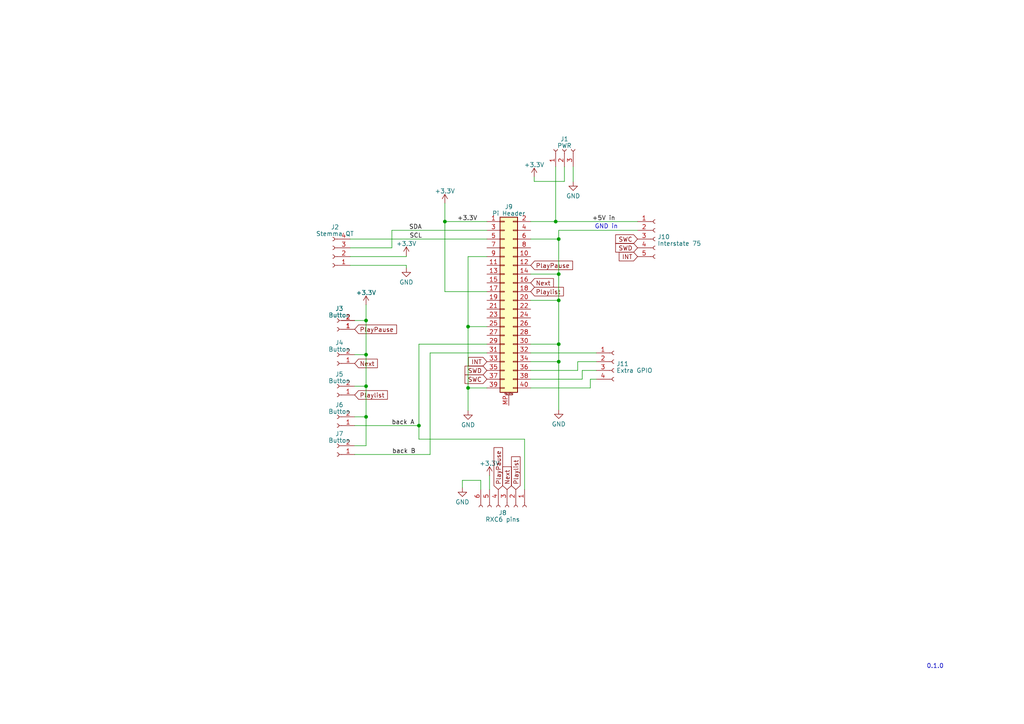
<source format=kicad_sch>
(kicad_sch (version 20230121) (generator eeschema)
  (paper "A4")
  (lib_symbols
    (symbol "Connector:Conn_01x02_Socket" (pin_names (offset 1.016) hide)
      (property "Reference" "J" (at 0 2.54 0))
      (property "Value" "Conn_01x02_Socket" (at 0 -5.08 0))
      (symbol "Conn_01x02_Socket_1_1"
        (arc (start 0 -2.032) (mid -0.5058 -2.54) (end 0 -3.048) (stroke (width 0.1524)))
        (polyline (pts (xy -1.27 -2.54) (xy -0.508 -2.54)) (stroke (width 0.1524)))
        (polyline (pts (xy -1.27 0) (xy -0.508 0)) (stroke (width 0.1524)))
        (arc (start 0 0.508) (mid -0.5058 0) (end 0 -0.508) (stroke (width 0.1524)))
        (pin passive line (at -5.08 0 0) (length 3.81) (name "Pin_1") (number "1"))
        (pin passive line (at -5.08 -2.54 0) (length 3.81) (name "Pin_2") (number "2"))
      )
    )
    (symbol "Connector:Conn_01x03_Socket" (pin_names (offset 1.016) hide)
      (property "Reference" "J" (at 0 5.08 0))
      (property "Value" "Conn_01x03_Socket" (at 0 -5.08 0))
      (symbol "Conn_01x03_Socket_1_1"
        (arc (start 0 -2.032) (mid -0.5058 -2.54) (end 0 -3.048) (stroke (width 0.1524)))
        (polyline (pts (xy -1.27 -2.54) (xy -0.508 -2.54)) (stroke (width 0.1524)))
        (polyline (pts (xy -1.27 0) (xy -0.508 0)) (stroke (width 0.1524)))
        (polyline (pts (xy -1.27 2.54) (xy -0.508 2.54)) (stroke (width 0.1524)))
        (arc (start 0 0.508) (mid -0.5058 0) (end 0 -0.508) (stroke (width 0.1524)))
        (arc (start 0 3.048) (mid -0.5058 2.54) (end 0 2.032) (stroke (width 0.1524)))
        (pin passive line (at -5.08 2.54 0) (length 3.81) (name "Pin_1") (number "1"))
        (pin passive line (at -5.08 0 0) (length 3.81) (name "Pin_2") (number "2"))
        (pin passive line (at -5.08 -2.54 0) (length 3.81) (name "Pin_3") (number "3"))
      )
    )
    (symbol "Connector:Conn_01x04_Socket" (pin_names (offset 1.016) hide)
      (property "Reference" "J" (at 0 5.08 0))
      (property "Value" "Conn_01x04_Socket" (at 0 -7.62 0))
      (symbol "Conn_01x04_Socket_1_1"
        (arc (start 0 -4.572) (mid -0.5058 -5.08) (end 0 -5.588) (stroke (width 0.1524)))
        (arc (start 0 -2.032) (mid -0.5058 -2.54) (end 0 -3.048) (stroke (width 0.1524)))
        (polyline (pts (xy -1.27 -5.08) (xy -0.508 -5.08)) (stroke (width 0.1524)))
        (polyline (pts (xy -1.27 -2.54) (xy -0.508 -2.54)) (stroke (width 0.1524)))
        (polyline (pts (xy -1.27 0) (xy -0.508 0)) (stroke (width 0.1524)))
        (polyline (pts (xy -1.27 2.54) (xy -0.508 2.54)) (stroke (width 0.1524)))
        (arc (start 0 0.508) (mid -0.5058 0) (end 0 -0.508) (stroke (width 0.1524)))
        (arc (start 0 3.048) (mid -0.5058 2.54) (end 0 2.032) (stroke (width 0.1524)))
        (pin passive line (at -5.08 2.54 0) (length 3.81) (name "Pin_1") (number "1"))
        (pin passive line (at -5.08 0 0) (length 3.81) (name "Pin_2") (number "2"))
        (pin passive line (at -5.08 -2.54 0) (length 3.81) (name "Pin_3") (number "3"))
        (pin passive line (at -5.08 -5.08 0) (length 3.81) (name "Pin_4") (number "4"))
      )
    )
    (symbol "Connector:Conn_01x05_Socket" (pin_names (offset 1.016) hide)
      (property "Reference" "J" (at 0 7.62 0))
      (property "Value" "Conn_01x05_Socket" (at 0 -7.62 0))
      (symbol "Conn_01x05_Socket_1_1"
        (arc (start 0 -4.572) (mid -0.5058 -5.08) (end 0 -5.588) (stroke (width 0.1524)))
        (arc (start 0 -2.032) (mid -0.5058 -2.54) (end 0 -3.048) (stroke (width 0.1524)))
        (polyline (pts (xy -1.27 -5.08) (xy -0.508 -5.08)) (stroke (width 0.1524)))
        (polyline (pts (xy -1.27 -2.54) (xy -0.508 -2.54)) (stroke (width 0.1524)))
        (polyline (pts (xy -1.27 0) (xy -0.508 0)) (stroke (width 0.1524)))
        (polyline (pts (xy -1.27 2.54) (xy -0.508 2.54)) (stroke (width 0.1524)))
        (polyline (pts (xy -1.27 5.08) (xy -0.508 5.08)) (stroke (width 0.1524)))
        (arc (start 0 0.508) (mid -0.5058 0) (end 0 -0.508) (stroke (width 0.1524)))
        (arc (start 0 3.048) (mid -0.5058 2.54) (end 0 2.032) (stroke (width 0.1524)))
        (arc (start 0 5.588) (mid -0.5058 5.08) (end 0 4.572) (stroke (width 0.1524)))
        (pin passive line (at -5.08 5.08 0) (length 3.81) (name "Pin_1") (number "1"))
        (pin passive line (at -5.08 2.54 0) (length 3.81) (name "Pin_2") (number "2"))
        (pin passive line (at -5.08 0 0) (length 3.81) (name "Pin_3") (number "3"))
        (pin passive line (at -5.08 -2.54 0) (length 3.81) (name "Pin_4") (number "4"))
        (pin passive line (at -5.08 -5.08 0) (length 3.81) (name "Pin_5") (number "5"))
      )
    )
    (symbol "Connector:Conn_01x06_Socket" (pin_names (offset 1.016) hide)
      (property "Reference" "J" (at 0 7.62 0))
      (property "Value" "Conn_01x06_Socket" (at 0 -10.16 0))
      (symbol "Conn_01x06_Socket_1_1"
        (arc (start 0 -7.112) (mid -0.5058 -7.62) (end 0 -8.128) (stroke (width 0.1524)))
        (arc (start 0 -4.572) (mid -0.5058 -5.08) (end 0 -5.588) (stroke (width 0.1524)))
        (arc (start 0 -2.032) (mid -0.5058 -2.54) (end 0 -3.048) (stroke (width 0.1524)))
        (polyline (pts (xy -1.27 -7.62) (xy -0.508 -7.62)) (stroke (width 0.1524)))
        (polyline (pts (xy -1.27 -5.08) (xy -0.508 -5.08)) (stroke (width 0.1524)))
        (polyline (pts (xy -1.27 -2.54) (xy -0.508 -2.54)) (stroke (width 0.1524)))
        (polyline (pts (xy -1.27 0) (xy -0.508 0)) (stroke (width 0.1524)))
        (polyline (pts (xy -1.27 2.54) (xy -0.508 2.54)) (stroke (width 0.1524)))
        (polyline (pts (xy -1.27 5.08) (xy -0.508 5.08)) (stroke (width 0.1524)))
        (arc (start 0 0.508) (mid -0.5058 0) (end 0 -0.508) (stroke (width 0.1524)))
        (arc (start 0 3.048) (mid -0.5058 2.54) (end 0 2.032) (stroke (width 0.1524)))
        (arc (start 0 5.588) (mid -0.5058 5.08) (end 0 4.572) (stroke (width 0.1524)))
        (pin passive line (at -5.08 5.08 0) (length 3.81) (name "Pin_1") (number "1"))
        (pin passive line (at -5.08 2.54 0) (length 3.81) (name "Pin_2") (number "2"))
        (pin passive line (at -5.08 0 0) (length 3.81) (name "Pin_3") (number "3"))
        (pin passive line (at -5.08 -2.54 0) (length 3.81) (name "Pin_4") (number "4"))
        (pin passive line (at -5.08 -5.08 0) (length 3.81) (name "Pin_5") (number "5"))
        (pin passive line (at -5.08 -7.62 0) (length 3.81) (name "Pin_6") (number "6"))
      )
    )
    (symbol "Connector_Generic_MountingPin:Conn_02x20_Odd_Even_MountingPin" (pin_names (offset 1.016) hide)
      (property "Reference" "J" (at 1.27 25.4 0))
      (property "Value" "Conn_02x20_Odd_Even_MountingPin" (at 2.54 -27.94 0))
      (symbol "Conn_02x20_Odd_Even_MountingPin_1_1"
        (rectangle (start -1.27 -25.273) (end 0 -25.527) (stroke (width 0.1524)))
        (rectangle (start -1.27 -22.733) (end 0 -22.987) (stroke (width 0.1524)))
        (rectangle (start -1.27 -20.193) (end 0 -20.447) (stroke (width 0.1524)))
        (rectangle (start -1.27 -17.653) (end 0 -17.907) (stroke (width 0.1524)))
        (rectangle (start -1.27 -15.113) (end 0 -15.367) (stroke (width 0.1524)))
        (rectangle (start -1.27 -12.573) (end 0 -12.827) (stroke (width 0.1524)))
        (rectangle (start -1.27 -10.033) (end 0 -10.287) (stroke (width 0.1524)))
        (rectangle (start -1.27 -7.493) (end 0 -7.747) (stroke (width 0.1524)))
        (rectangle (start -1.27 -4.953) (end 0 -5.207) (stroke (width 0.1524)))
        (rectangle (start -1.27 -2.413) (end 0 -2.667) (stroke (width 0.1524)))
        (rectangle (start -1.27 0.127) (end 0 -0.127) (stroke (width 0.1524)))
        (rectangle (start -1.27 2.667) (end 0 2.413) (stroke (width 0.1524)))
        (rectangle (start -1.27 5.207) (end 0 4.953) (stroke (width 0.1524)))
        (rectangle (start -1.27 7.747) (end 0 7.493) (stroke (width 0.1524)))
        (rectangle (start -1.27 10.287) (end 0 10.033) (stroke (width 0.1524)))
        (rectangle (start -1.27 12.827) (end 0 12.573) (stroke (width 0.1524)))
        (rectangle (start -1.27 15.367) (end 0 15.113) (stroke (width 0.1524)))
        (rectangle (start -1.27 17.907) (end 0 17.653) (stroke (width 0.1524)))
        (rectangle (start -1.27 20.447) (end 0 20.193) (stroke (width 0.1524)))
        (rectangle (start -1.27 22.987) (end 0 22.733) (stroke (width 0.1524)))
        (rectangle (start -1.27 24.13) (end 3.81 -26.67) (stroke (width 0.254)) (fill (type background)))
        (polyline (pts (xy 0.254 -27.432) (xy 2.286 -27.432)) (stroke (width 0.1524)))
        (rectangle (start 3.81 -25.273) (end 2.54 -25.527) (stroke (width 0.1524)))
        (rectangle (start 3.81 -22.733) (end 2.54 -22.987) (stroke (width 0.1524)))
        (rectangle (start 3.81 -20.193) (end 2.54 -20.447) (stroke (width 0.1524)))
        (rectangle (start 3.81 -17.653) (end 2.54 -17.907) (stroke (width 0.1524)))
        (rectangle (start 3.81 -15.113) (end 2.54 -15.367) (stroke (width 0.1524)))
        (rectangle (start 3.81 -12.573) (end 2.54 -12.827) (stroke (width 0.1524)))
        (rectangle (start 3.81 -10.033) (end 2.54 -10.287) (stroke (width 0.1524)))
        (rectangle (start 3.81 -7.493) (end 2.54 -7.747) (stroke (width 0.1524)))
        (rectangle (start 3.81 -4.953) (end 2.54 -5.207) (stroke (width 0.1524)))
        (rectangle (start 3.81 -2.413) (end 2.54 -2.667) (stroke (width 0.1524)))
        (rectangle (start 3.81 0.127) (end 2.54 -0.127) (stroke (width 0.1524)))
        (rectangle (start 3.81 2.667) (end 2.54 2.413) (stroke (width 0.1524)))
        (rectangle (start 3.81 5.207) (end 2.54 4.953) (stroke (width 0.1524)))
        (rectangle (start 3.81 7.747) (end 2.54 7.493) (stroke (width 0.1524)))
        (rectangle (start 3.81 10.287) (end 2.54 10.033) (stroke (width 0.1524)))
        (rectangle (start 3.81 12.827) (end 2.54 12.573) (stroke (width 0.1524)))
        (rectangle (start 3.81 15.367) (end 2.54 15.113) (stroke (width 0.1524)))
        (rectangle (start 3.81 17.907) (end 2.54 17.653) (stroke (width 0.1524)))
        (rectangle (start 3.81 20.447) (end 2.54 20.193) (stroke (width 0.1524)))
        (rectangle (start 3.81 22.987) (end 2.54 22.733) (stroke (width 0.1524)))
        (text "Mounting" (at 1.27 -27.051 0) (effects (font (size 0.381 0.381))))
        (pin passive line (at -5.08 22.86 0) (length 3.81) (name "Pin_1") (number "1"))
        (pin passive line (at 7.62 12.7 180) (length 3.81) (name "Pin_10") (number "10"))
        (pin passive line (at -5.08 10.16 0) (length 3.81) (name "Pin_11") (number "11"))
        (pin passive line (at 7.62 10.16 180) (length 3.81) (name "Pin_12") (number "12"))
        (pin passive line (at -5.08 7.62 0) (length 3.81) (name "Pin_13") (number "13"))
        (pin passive line (at 7.62 7.62 180) (length 3.81) (name "Pin_14") (number "14"))
        (pin passive line (at -5.08 5.08 0) (length 3.81) (name "Pin_15") (number "15"))
        (pin passive line (at 7.62 5.08 180) (length 3.81) (name "Pin_16") (number "16"))
        (pin passive line (at -5.08 2.54 0) (length 3.81) (name "Pin_17") (number "17"))
        (pin passive line (at 7.62 2.54 180) (length 3.81) (name "Pin_18") (number "18"))
        (pin passive line (at -5.08 0 0) (length 3.81) (name "Pin_19") (number "19"))
        (pin passive line (at 7.62 22.86 180) (length 3.81) (name "Pin_2") (number "2"))
        (pin passive line (at 7.62 0 180) (length 3.81) (name "Pin_20") (number "20"))
        (pin passive line (at -5.08 -2.54 0) (length 3.81) (name "Pin_21") (number "21"))
        (pin passive line (at 7.62 -2.54 180) (length 3.81) (name "Pin_22") (number "22"))
        (pin passive line (at -5.08 -5.08 0) (length 3.81) (name "Pin_23") (number "23"))
        (pin passive line (at 7.62 -5.08 180) (length 3.81) (name "Pin_24") (number "24"))
        (pin passive line (at -5.08 -7.62 0) (length 3.81) (name "Pin_25") (number "25"))
        (pin passive line (at 7.62 -7.62 180) (length 3.81) (name "Pin_26") (number "26"))
        (pin passive line (at -5.08 -10.16 0) (length 3.81) (name "Pin_27") (number "27"))
        (pin passive line (at 7.62 -10.16 180) (length 3.81) (name "Pin_28") (number "28"))
        (pin passive line (at -5.08 -12.7 0) (length 3.81) (name "Pin_29") (number "29"))
        (pin passive line (at -5.08 20.32 0) (length 3.81) (name "Pin_3") (number "3"))
        (pin passive line (at 7.62 -12.7 180) (length 3.81) (name "Pin_30") (number "30"))
        (pin passive line (at -5.08 -15.24 0) (length 3.81) (name "Pin_31") (number "31"))
        (pin passive line (at 7.62 -15.24 180) (length 3.81) (name "Pin_32") (number "32"))
        (pin passive line (at -5.08 -17.78 0) (length 3.81) (name "Pin_33") (number "33"))
        (pin passive line (at 7.62 -17.78 180) (length 3.81) (name "Pin_34") (number "34"))
        (pin passive line (at -5.08 -20.32 0) (length 3.81) (name "Pin_35") (number "35"))
        (pin passive line (at 7.62 -20.32 180) (length 3.81) (name "Pin_36") (number "36"))
        (pin passive line (at -5.08 -22.86 0) (length 3.81) (name "Pin_37") (number "37"))
        (pin passive line (at 7.62 -22.86 180) (length 3.81) (name "Pin_38") (number "38"))
        (pin passive line (at -5.08 -25.4 0) (length 3.81) (name "Pin_39") (number "39"))
        (pin passive line (at 7.62 20.32 180) (length 3.81) (name "Pin_4") (number "4"))
        (pin passive line (at 7.62 -25.4 180) (length 3.81) (name "Pin_40") (number "40"))
        (pin passive line (at -5.08 17.78 0) (length 3.81) (name "Pin_5") (number "5"))
        (pin passive line (at 7.62 17.78 180) (length 3.81) (name "Pin_6") (number "6"))
        (pin passive line (at -5.08 15.24 0) (length 3.81) (name "Pin_7") (number "7"))
        (pin passive line (at 7.62 15.24 180) (length 3.81) (name "Pin_8") (number "8"))
        (pin passive line (at -5.08 12.7 0) (length 3.81) (name "Pin_9") (number "9"))
        (pin passive line (at 1.27 -30.48 90) (length 3.048) (name "MountPin") (number "MP"))
      )
    )
    (symbol "power:+3.3V" (power) (pin_numbers hide) (pin_names (offset 0) hide)
      (property "Value" "+3.3V" (at 0 3.556 0))
      (symbol "+3.3V_0_1"
        (polyline (pts (xy -0.762 1.27) (xy 0 2.54)))
        (polyline (pts (xy 0 0) (xy 0 2.54)))
        (polyline (pts (xy 0 2.54) (xy 0.762 1.27)))
      )
      (symbol "+3.3V_1_1"
        (pin power_in line (at 0 0 90) (length 0) hide (name "+3.3V") (number "1"))
      )
    )
    (symbol "power:GND" (power) (pin_numbers hide) (pin_names (offset 0) hide)
      (property "Value" "GND" (at 0 -3.81 0))
      (symbol "GND_0_1"
        (polyline (pts (xy 0 0) (xy 0 -1.27) (xy 1.27 -1.27) (xy 0 -2.54) (xy -1.27 -1.27) (xy 0 -1.27)))
      )
      (symbol "GND_1_1"
        (pin power_in line (at 0 0 270) (length 0) hide (name "GND") (number "1"))
      )
    )
  )
  (junction (at 106.172 112.014))
  (junction (at 106.172 120.904))
  (junction (at 162.052 87.122))
  (junction (at 135.7582 112.522))
  (junction (at 162.052 69.342))
  (junction (at 162.052 79.502))
  (junction (at 135.7582 94.742))
  (junction (at 106.172 102.87))
  (junction (at 162.052 104.902))
  (junction (at 106.172 92.964))
  (junction (at 162.052 99.822))
  (junction (at 121.5073 123.444))
  (junction (at 161.1674 64.262))
  (junction (at 129.032 64.262))
  (wire (pts (xy 106.172 112.014) (xy 106.172 120.904)))
  (wire (pts (xy 167.5595 104.902) (xy 172.974 104.902)))
  (wire (pts (xy 166.247 52.7147) (xy 166.247 48.3703)))
  (wire (pts (xy 141.224 112.522) (xy 135.7582 112.522)))
  (wire (pts (xy 135.7582 94.742) (xy 135.7582 112.522)))
  (wire (pts (xy 168.8697 107.442) (xy 172.974 107.442)))
  (wire (pts (xy 106.172 92.964) (xy 106.172 102.87)))
  (wire (pts (xy 135.7582 112.522) (xy 135.7582 119.1072)))
  (wire (pts (xy 184.912 66.802) (xy 162.052 66.802)))
  (wire (pts (xy 162.052 99.822) (xy 153.924 99.822)))
  (wire (pts (xy 162.052 69.342) (xy 162.052 79.502)))
  (wire (pts (xy 129.032 64.262) (xy 129.032 84.582)))
  (wire (pts (xy 113.6626 66.802) (xy 113.6626 71.882)))
  (wire (pts (xy 106.172 102.87) (xy 106.172 112.014)))
  (wire (pts (xy 152.146 127.371) (xy 152.146 141.986)))
  (wire (pts (xy 162.052 99.822) (xy 162.052 87.122)))
  (wire (pts (xy 161.1674 64.262) (xy 153.924 64.262)))
  (wire (pts (xy 162.052 104.902) (xy 162.052 118.872)))
  (wire (pts (xy 102.87 123.444) (xy 121.5073 123.444)))
  (wire (pts (xy 106.172 92.964) (xy 102.87 92.964)))
  (wire (pts (xy 135.7582 74.422) (xy 135.7582 94.742)))
  (wire (pts (xy 121.5073 99.822) (xy 121.5073 123.444)))
  (wire (pts (xy 162.052 104.902) (xy 162.052 99.822)))
  (wire (pts (xy 171.2143 109.982) (xy 172.974 109.982)))
  (wire (pts (xy 106.172 120.904) (xy 102.87 120.904)))
  (wire (pts (xy 141.986 137.922) (xy 141.986 141.986)))
  (wire (pts (xy 141.224 66.802) (xy 113.6626 66.802)))
  (wire (pts (xy 101.6 76.962) (xy 117.856 76.962)))
  (wire (pts (xy 141.224 94.742) (xy 135.7582 94.742)))
  (wire (pts (xy 117.856 74.422) (xy 117.856 74.168)))
  (wire (pts (xy 129.032 64.262) (xy 141.224 64.262)))
  (wire (pts (xy 171.2143 112.522) (xy 171.2143 109.982)))
  (wire (pts (xy 154.94 51.308) (xy 154.94 52.6228)))
  (wire (pts (xy 101.6 74.422) (xy 117.856 74.422)))
  (wire (pts (xy 153.924 112.522) (xy 171.2143 112.522)))
  (wire (pts (xy 117.856 76.962) (xy 117.856 77.724)))
  (wire (pts (xy 124.7484 102.362) (xy 141.224 102.362)))
  (wire (pts (xy 153.924 102.362) (xy 172.974 102.362)))
  (wire (pts (xy 167.5595 107.442) (xy 167.5595 104.902)))
  (wire (pts (xy 121.5073 99.822) (xy 141.224 99.822)))
  (wire (pts (xy 153.924 107.442) (xy 167.5595 107.442)))
  (wire (pts (xy 129.032 84.582) (xy 141.224 84.582)))
  (wire (pts (xy 141.224 74.422) (xy 135.7582 74.422)))
  (wire (pts (xy 134.112 139.3232) (xy 134.112 141.478)))
  (wire (pts (xy 121.5073 123.444) (xy 121.5073 127.371)))
  (wire (pts (xy 106.172 102.87) (xy 102.87 102.87)))
  (wire (pts (xy 129.032 58.928) (xy 129.032 64.262)))
  (wire (pts (xy 162.052 69.342) (xy 153.924 69.342)))
  (wire (pts (xy 106.172 129.286) (xy 102.87 129.286)))
  (wire (pts (xy 106.172 88.392) (xy 106.172 92.964)))
  (wire (pts (xy 163.707 52.6228) (xy 163.707 48.3703)))
  (wire (pts (xy 139.446 141.986) (xy 139.446 139.3232)))
  (wire (pts (xy 101.6 69.342) (xy 141.224 69.342)))
  (wire (pts (xy 153.924 79.502) (xy 162.052 79.502)))
  (wire (pts (xy 139.446 139.3232) (xy 134.112 139.3232)))
  (wire (pts (xy 168.8697 109.982) (xy 168.8697 107.442)))
  (wire (pts (xy 153.924 109.982) (xy 168.8697 109.982)))
  (wire (pts (xy 161.1674 48.3703) (xy 161.167 48.3703)))
  (wire (pts (xy 162.052 66.802) (xy 162.052 69.342)))
  (wire (pts (xy 154.94 52.6228) (xy 163.707 52.6228)))
  (wire (pts (xy 106.172 112.014) (xy 102.87 112.014)))
  (wire (pts (xy 162.052 87.122) (xy 153.924 87.122)))
  (wire (pts (xy 121.5073 127.371) (xy 152.146 127.371)))
  (wire (pts (xy 124.7484 131.826) (xy 124.7484 102.362)))
  (wire (pts (xy 184.912 64.262) (xy 161.1674 64.262)))
  (wire (pts (xy 113.6626 71.882) (xy 101.6 71.882)))
  (wire (pts (xy 102.87 131.826) (xy 124.7484 131.826)))
  (wire (pts (xy 106.172 120.904) (xy 106.172 129.286)))
  (wire (pts (xy 153.924 104.902) (xy 162.052 104.902)))
  (wire (pts (xy 162.052 79.502) (xy 162.052 87.122)))
  (wire (pts (xy 161.1674 64.262) (xy 161.1674 48.3703)))
  (text "GND in\n" (at 172.466 66.548 0) (effects (font (size 1.27 1.27)) (justify left bottom)))
  (text "0.1.0\n" (at 268.732 194.056 0) (effects (font (size 1.27 1.27)) (justify left bottom)))
  (label "back B" (at 113.7149 131.826 0))
  (label "+3.3V" (at 132.5829 64.262 0))
  (label "SCL" (at 118.7479 69.342 0))
  (label "back A" (at 113.577 123.444 0))
  (label "+5V in" (at 171.704 64.262 0))
  (label "SDA" (at 118.614 66.802 0))
  (global_label "SWC" (shape input) (at 141.224 109.982 180) (property "Intersheetrefs" "${INTERSHEET_REFS}" (effects hide)))
  (global_label "INT" (shape input) (at 141.224 104.902 180) (property "Intersheetrefs" "${INTERSHEET_REFS}" (effects hide)))
  (global_label "PlayPause" (shape input) (at 144.526 141.986 90) (property "Intersheetrefs" "${INTERSHEET_REFS}" (effects hide)))
  (global_label "Next" (shape input) (at 147.066 141.986 90) (property "Intersheetrefs" "${INTERSHEET_REFS}" (effects hide)))
  (global_label "SWD" (shape input) (at 184.912 71.882 180) (property "Intersheetrefs" "${INTERSHEET_REFS}" (effects hide)))
  (global_label "PlayPause" (shape input) (at 153.924 76.962 0) (property "Intersheetrefs" "${INTERSHEET_REFS}" (effects hide)))
  (global_label "SWD" (shape input) (at 141.224 107.442 180) (property "Intersheetrefs" "${INTERSHEET_REFS}" (effects hide)))
  (global_label "INT" (shape input) (at 184.912 74.422 180) (property "Intersheetrefs" "${INTERSHEET_REFS}" (effects hide)))
  (global_label "Next" (shape input) (at 102.87 105.41 0) (property "Intersheetrefs" "${INTERSHEET_REFS}" (effects hide)))
  (global_label "Playlist" (shape input) (at 153.924 84.582 0) (property "Intersheetrefs" "${INTERSHEET_REFS}" (effects hide)))
  (global_label "Playlist" (shape input) (at 149.606 141.986 90) (property "Intersheetrefs" "${INTERSHEET_REFS}" (effects hide)))
  (global_label "Playlist" (shape input) (at 102.87 114.554 0) (property "Intersheetrefs" "${INTERSHEET_REFS}" (effects hide)))
  (global_label "PlayPause" (shape input) (at 102.87 95.504 0) (property "Intersheetrefs" "${INTERSHEET_REFS}" (effects hide)))
  (global_label "SWC" (shape input) (at 184.912 69.342 180) (property "Intersheetrefs" "${INTERSHEET_REFS}" (effects hide)))
  (global_label "Next" (shape input) (at 153.924 82.042 0) (property "Intersheetrefs" "${INTERSHEET_REFS}" (effects hide)))
  (symbol (lib_id "power:GND") (at 135.7582 119.1072 0) (unit 1)
    (property "Reference" "#PWR04" (effects hide))
    (property "Value" "GND" (at 135.7582 123.2427 0))
  )
  (symbol (lib_id "power:+3.3V") (at 141.986 137.922 0) (unit 1)
    (property "Reference" "#PWR07" (effects hide))
    (property "Value" "+3.3V" (at 141.986 134.4201 0))
  )
  (symbol (lib_id "power:+3.3V") (at 154.94 51.308 0) (unit 1)
    (property "Reference" "#PWR09" (effects hide))
    (property "Value" "+3.3V" (at 154.94 47.8061 0))
  )
  (symbol (lib_id "Connector_Generic_MountingPin:Conn_02x20_Odd_Even_MountingPin") (at 146.304 87.122 0) (unit 1)
    (property "Reference" "J9" (at 147.574 59.9821 0))
    (property "Value" "Pi Header" (at 147.574 61.9031 0))
    (property "Footprint" "Connector_PinSocket_2.54mm:PinSocket_2x20_P2.54mm_Vertical" (effects hide))
  )
  (symbol (lib_id "Connector:Conn_01x04_Socket") (at 178.054 104.902 0) (unit 1)
    (property "Reference" "J11" (at 178.7652 105.5283 0) (effects (justify left)))
    (property "Value" "Extra GPIO" (at 178.7652 107.4493 0) (effects (justify left)))
    (property "Footprint" "Connector_PinHeader_2.54mm:PinHeader_1x04_P2.54mm_Horizontal" (effects hide))
  )
  (symbol (lib_id "power:+3.3V") (at 106.172 88.392 0) (unit 1)
    (property "Reference" "#PWR06" (effects hide))
    (property "Value" "+3.3V" (at 106.172 84.8901 0))
  )
  (symbol (lib_id "Connector:Conn_01x02_Socket") (at 97.79 114.554 180) (unit 1)
    (property "Reference" "J5" (at 98.425 108.5469 0))
    (property "Value" "Button" (at 98.425 110.4679 0))
    (property "Footprint" "Connector_PinHeader_2.54mm:PinHeader_1x02_P2.54mm_Horizontal" (effects hide))
  )
  (symbol (lib_id "Connector:Conn_01x02_Socket") (at 97.79 131.826 180) (unit 1)
    (property "Reference" "J7" (at 98.425 125.8189 0))
    (property "Value" "Button" (at 98.425 127.7399 0))
    (property "Footprint" "Connector_PinHeader_2.54mm:PinHeader_1x02_P2.54mm_Horizontal" (effects hide))
  )
  (symbol (lib_id "power:+3.3V") (at 129.032 58.928 0) (unit 1)
    (property "Reference" "#PWR02" (effects hide))
    (property "Value" "+3.3V" (at 129.032 55.4261 0))
  )
  (symbol (lib_id "power:GND") (at 117.856 77.724 0) (unit 1)
    (property "Reference" "#PWR01" (effects hide))
    (property "Value" "GND" (at 117.856 81.8595 0))
  )
  (symbol (lib_id "power:GND") (at 166.247 52.7147 0) (unit 1)
    (property "Reference" "#PWR010" (effects hide))
    (property "Value" "GND" (at 166.247 56.8502 0))
  )
  (symbol (lib_id "power:GND") (at 162.052 118.872 0) (unit 1)
    (property "Reference" "#PWR03" (effects hide))
    (property "Value" "GND" (at 162.052 123.0075 0))
  )
  (symbol (lib_id "Connector:Conn_01x04_Socket") (at 96.52 74.422 180) (unit 1)
    (property "Reference" "J2" (at 97.155 65.8749 0))
    (property "Value" "Stemma QT" (at 97.155 67.7959 0))
    (property "Footprint" "Connector_PinHeader_2.54mm:PinHeader_1x04_P2.54mm_Horizontal" (effects hide))
  )
  (symbol (lib_id "power:GND") (at 134.112 141.478 0) (unit 1)
    (property "Reference" "#PWR08" (effects hide))
    (property "Value" "GND" (at 134.112 145.6135 0))
  )
  (symbol (lib_id "Connector:Conn_01x02_Socket") (at 97.79 123.444 180) (unit 1)
    (property "Reference" "J6" (at 98.425 117.4369 0))
    (property "Value" "Button" (at 98.425 119.3579 0))
    (property "Footprint" "Connector_PinHeader_2.54mm:PinHeader_1x02_P2.54mm_Horizontal" (effects hide))
  )
  (symbol (lib_id "Connector:Conn_01x02_Socket") (at 97.79 105.41 180) (unit 1)
    (property "Reference" "J4" (at 98.425 99.4029 0))
    (property "Value" "Button" (at 98.425 101.3239 0))
    (property "Footprint" "Connector_PinHeader_2.54mm:PinHeader_1x02_P2.54mm_Horizontal" (effects hide))
  )
  (symbol (lib_id "Connector:Conn_01x03_Socket") (at 163.707 43.2903 90) (unit 1)
    (property "Reference" "J1" (at 163.707 40.3312 90))
    (property "Value" "PWR" (at 163.707 42.2522 90))
    (property "Footprint" "Connector_PinHeader_2.54mm:PinHeader_1x03_P2.54mm_Horizontal" (effects hide))
  )
  (symbol (lib_id "Connector:Conn_01x05_Socket") (at 189.992 69.342 0) (unit 1)
    (property "Reference" "J10" (at 190.7032 68.6983 0) (effects (justify left)))
    (property "Value" "Interstate 75" (at 190.7032 70.6193 0) (effects (justify left)))
    (property "Footprint" "Connector_PinHeader_2.54mm:PinHeader_1x05_P2.54mm_Horizontal" (effects hide))
  )
  (symbol (lib_id "Connector:Conn_01x02_Socket") (at 97.79 95.504 180) (unit 1)
    (property "Reference" "J3" (at 98.425 89.4969 0))
    (property "Value" "Button" (at 98.425 91.4179 0))
    (property "Footprint" "Connector_PinHeader_2.54mm:PinHeader_1x02_P2.54mm_Horizontal" (effects hide))
  )
  (symbol (lib_id "power:+3.3V") (at 117.856 74.168 0) (unit 1)
    (property "Reference" "#PWR05" (effects hide))
    (property "Value" "+3.3V" (at 117.856 70.6661 0))
  )
  (symbol (lib_id "Connector:Conn_01x06_Socket") (at 147.066 147.066 270) (unit 1)
    (property "Reference" "J8" (at 145.796 148.7377 90))
    (property "Value" "RXC6 pins" (at 145.796 150.6587 90))
    (property "Footprint" "Connector_PinHeader_2.54mm:PinHeader_1x06_P2.54mm_Horizontal" (effects hide))
  )
)
</source>
